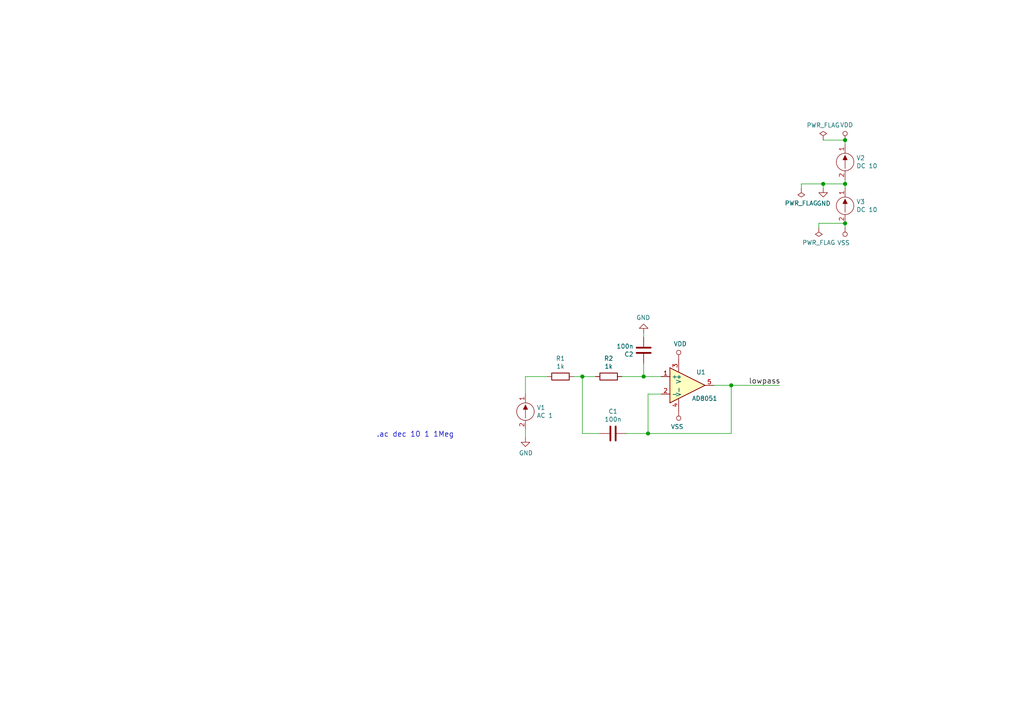
<source format=kicad_sch>
(kicad_sch (version 20201015) (generator eeschema)
  (paper "A4")
  (lib_symbols
    (symbol "power:PWR_FLAG" (power) (pin_numbers hide) (pin_names (offset 0) hide)
      (property "Value" "PWR_FLAG" (at 0 3.81 0))
      (symbol "PWR_FLAG_0_0"
        (pin power_out line (at 0 0 90) (length 0) (name "pwr") (number "1"))
      )
      (symbol "PWR_FLAG_0_1"
        (polyline (pts (xy 0 0) (xy 0 1.27) (xy -1.016 1.905) (xy 0 2.54) (xy 1.016 1.905) (xy 0 1.27)))
      )
    )
    (symbol "sallen_key_schlib:C" (pin_numbers hide) (pin_names (offset 0.254))
      (property "Reference" "C" (at 0.635 2.54 0))
      (property "Value" "C" (at 0.635 -2.54 0))
      (symbol "C_0_1"
        (polyline (pts (xy -2.032 -0.762) (xy 2.032 -0.762)) (stroke (width 0.508)))
        (polyline (pts (xy -2.032 0.762) (xy 2.032 0.762)) (stroke (width 0.508)))
      )
      (symbol "C_1_1"
        (pin passive line (at 0 3.81 270) (length 2.794) (name "~") (number "1"))
        (pin passive line (at 0 -3.81 90) (length 2.794) (name "~") (number "2"))
      )
    )
    (symbol "sallen_key_schlib:GND" (power) (pin_names (offset 0))
      (property "Value" "GND" (at 0 -3.81 0))
      (symbol "GND_0_1"
        (polyline (pts (xy 0 0) (xy 0 -1.27) (xy 1.27 -1.27) (xy 0 -2.54) (xy -1.27 -1.27) (xy 0 -1.27)))
      )
      (symbol "GND_1_1"
        (pin power_in line (at 0 0 270) (length 0) hide (name "GND") (number "1"))
      )
    )
    (symbol "sallen_key_schlib:Generic_Opamp"
      (property "Reference" "U" (at 0 6.35 0))
      (property "Value" "Generic_Opamp" (at 0 3.81 0))
      (symbol "Generic_Opamp_0_1"
        (polyline (pts (xy -5.08 5.08) (xy 5.08 0) (xy -5.08 -5.08) (xy -5.08 5.08)) (stroke (width 0.254)) (fill (type background)))
      )
      (symbol "Generic_Opamp_1_1"
        (pin input line (at -7.62 2.54 0) (length 2.54) (name "+") (number "1"))
        (pin input line (at -7.62 -2.54 0) (length 2.54) (name "-") (number "2"))
        (pin power_in line (at -2.54 7.62 270) (length 3.81) (name "V+") (number "3"))
        (pin power_in line (at -2.54 -7.62 90) (length 3.81) (name "V-") (number "4"))
        (pin output line (at 7.62 0 180) (length 2.54) (name "~") (number "5"))
      )
    )
    (symbol "sallen_key_schlib:R" (pin_numbers hide) (pin_names (offset 0))
      (property "Reference" "R" (at 2.032 0 90))
      (property "Value" "R" (at 0 0 90))
      (symbol "R_0_1"
        (rectangle (start -1.016 -2.54) (end 1.016 2.54) (stroke (width 0.254)))
      )
      (symbol "R_1_1"
        (pin passive line (at 0 3.81 270) (length 1.27) (name "~") (number "1"))
        (pin passive line (at 0 -3.81 90) (length 1.27) (name "~") (number "2"))
      )
    )
    (symbol "sallen_key_schlib:VDD" (power) (pin_names (offset 0))
      (property "Value" "VDD" (at 0 3.81 0))
      (symbol "VDD_0_1"
        (circle (center 0 1.905) (radius 0.635))
        (polyline (pts (xy 0 0) (xy 0 1.27)))
      )
      (symbol "VDD_1_1"
        (pin power_in line (at 0 0 90) (length 0) hide (name "VDD") (number "1"))
      )
    )
    (symbol "sallen_key_schlib:VSOURCE" (pin_names (offset 1.016))
      (property "Reference" "V" (at 5.08 5.08 0))
      (symbol "VSOURCE_0_1"
        (circle (center 0 0) (radius 2.54))
        (polyline (pts (xy 0 -1.905) (xy 0 1.905)))
        (polyline (pts (xy 0 1.905) (xy -0.635 0.635) (xy 0.635 0.635) (xy 0 1.905)) (fill (type outline)))
      )
      (symbol "VSOURCE_1_1"
        (pin input line (at 0 5.08 270) (length 2.54) (name "~") (number "1"))
        (pin input line (at 0 -5.08 90) (length 2.54) (name "~") (number "2"))
      )
    )
    (symbol "sallen_key_schlib:VSS" (power) (pin_names (offset 0))
      (property "Value" "VSS" (at 0 3.81 0))
      (symbol "VSS_0_1"
        (circle (center 0 1.905) (radius 0.635))
        (polyline (pts (xy 0 0) (xy 0 1.27)))
      )
      (symbol "VSS_1_1"
        (pin power_in line (at 0 0 90) (length 0) hide (name "VSS") (number "1"))
      )
    )
  )
  (junction (at 168.91 109.22) (diameter 1.016))
  (junction (at 186.69 109.22) (diameter 1.016))
  (junction (at 187.96 125.73) (diameter 1.016))
  (junction (at 212.09 111.76) (diameter 1.016))
  (junction (at 238.76 53.34) (diameter 1.016))
  (junction (at 245.11 40.64) (diameter 1.016))
  (junction (at 245.11 53.34) (diameter 1.016))
  (junction (at 245.11 64.77) (diameter 1.016))
  (wire (pts (xy 152.4 109.22) (xy 152.4 114.3)))
  (wire (pts (xy 152.4 124.46) (xy 152.4 127)))
  (wire (pts (xy 158.75 109.22) (xy 152.4 109.22)))
  (wire (pts (xy 166.37 109.22) (xy 168.91 109.22)))
  (wire (pts (xy 168.91 109.22) (xy 172.72 109.22)))
  (wire (pts (xy 168.91 125.73) (xy 168.91 109.22)))
  (wire (pts (xy 173.99 125.73) (xy 168.91 125.73)))
  (wire (pts (xy 180.34 109.22) (xy 186.69 109.22)))
  (wire (pts (xy 186.69 96.52) (xy 186.69 97.79)))
  (wire (pts (xy 186.69 105.41) (xy 186.69 109.22)))
  (wire (pts (xy 186.69 109.22) (xy 191.77 109.22)))
  (wire (pts (xy 187.96 114.3) (xy 191.77 114.3)))
  (wire (pts (xy 187.96 125.73) (xy 181.61 125.73)))
  (wire (pts (xy 187.96 125.73) (xy 187.96 114.3)))
  (wire (pts (xy 207.01 111.76) (xy 212.09 111.76)))
  (wire (pts (xy 212.09 111.76) (xy 226.06 111.76)))
  (wire (pts (xy 212.09 125.73) (xy 187.96 125.73)))
  (wire (pts (xy 212.09 125.73) (xy 212.09 111.76)))
  (wire (pts (xy 232.41 53.34) (xy 232.41 54.61)))
  (wire (pts (xy 232.41 53.34) (xy 238.76 53.34)))
  (wire (pts (xy 237.49 64.77) (xy 237.49 66.04)))
  (wire (pts (xy 238.76 40.64) (xy 245.11 40.64)))
  (wire (pts (xy 238.76 53.34) (xy 238.76 54.61)))
  (wire (pts (xy 238.76 53.34) (xy 245.11 53.34)))
  (wire (pts (xy 245.11 40.64) (xy 245.11 41.91)))
  (wire (pts (xy 245.11 52.07) (xy 245.11 53.34)))
  (wire (pts (xy 245.11 53.34) (xy 245.11 54.61)))
  (wire (pts (xy 245.11 64.77) (xy 237.49 64.77)))
  (wire (pts (xy 245.11 66.04) (xy 245.11 64.77)))
  (text ".ac dec 10 1 1Meg\n" (at 109.22 127 0) (effects (font (size 1.524 1.524)) (justify left bottom)))
  (label "lowpass" (at 217.17 111.76 0) (effects (font (size 1.524 1.524))))
  (symbol (lib_id "power:PWR_FLAG") (at 232.41 54.61 180) (unit 1)
    (property "Reference" "#FLG0102" (effects hide))
    (property "Value" "PWR_FLAG" (at 232.41 58.9344 0))
  )
  (symbol (lib_id "power:PWR_FLAG") (at 237.49 66.04 180) (unit 1)
    (property "Reference" "#FLG0101" (effects hide))
    (property "Value" "PWR_FLAG" (at 237.49 70.3644 0))
  )
  (symbol (lib_id "power:PWR_FLAG") (at 238.76 40.64 0) (unit 1)
    (property "Reference" "#FLG0103" (effects hide))
    (property "Value" "PWR_FLAG" (at 238.76 36.3156 0))
  )
  (symbol (lib_id "sallen_key_schlib:VDD") (at 196.85 104.14 0) (unit 1)
    (property "Reference" "#PWR03" (effects hide))
    (property "Value" "VDD" (at 197.2818 99.7458 0))
  )
  (symbol (lib_id "sallen_key_schlib:VSS") (at 196.85 119.38 180) (unit 1)
    (property "Reference" "#PWR04" (effects hide))
    (property "Value" "VSS" (at 196.3928 123.7742 0))
  )
  (symbol (lib_id "sallen_key_schlib:VDD") (at 245.11 40.64 0) (unit 1)
    (property "Reference" "#PWR06" (effects hide))
    (property "Value" "VDD" (at 245.5418 36.2458 0))
  )
  (symbol (lib_id "sallen_key_schlib:VSS") (at 245.11 66.04 180) (unit 1)
    (property "Reference" "#PWR07" (effects hide))
    (property "Value" "VSS" (at 244.6528 70.4342 0))
  )
  (symbol (lib_id "sallen_key_schlib:GND") (at 152.4 127 0) (unit 1)
    (property "Reference" "#PWR0101" (effects hide))
    (property "Value" "GND" (at 152.527 131.3942 0))
  )
  (symbol (lib_id "sallen_key_schlib:GND") (at 186.69 96.52 180) (unit 1)
    (property "Reference" "#PWR02" (effects hide))
    (property "Value" "GND" (at 186.563 92.1258 0))
  )
  (symbol (lib_id "sallen_key_schlib:GND") (at 238.76 54.61 0) (unit 1)
    (property "Reference" "#PWR05" (effects hide))
    (property "Value" "GND" (at 238.887 59.0042 0))
  )
  (symbol (lib_id "sallen_key_schlib:R") (at 162.56 109.22 270) (unit 1)
    (property "Reference" "R1" (at 162.56 103.9622 90))
    (property "Value" "1k" (at 162.56 106.2736 90))
    (property "Fieldname" "Value" (effects hide))
    (property "SpiceMapping" "1 2" (effects hide))
    (property "Spice_Primitive" "R" (effects hide))
  )
  (symbol (lib_id "sallen_key_schlib:R") (at 176.53 109.22 270) (unit 1)
    (property "Reference" "R2" (at 176.53 103.9622 90))
    (property "Value" "1k" (at 176.53 106.2736 90))
    (property "Fieldname" "Value" (effects hide))
    (property "SpiceMapping" "1 2" (effects hide))
    (property "Spice_Primitive" "R" (effects hide))
  )
  (symbol (lib_id "sallen_key_schlib:C") (at 177.8 125.73 270) (unit 1)
    (property "Reference" "C1" (at 177.8 119.3292 90))
    (property "Value" "100n" (at 177.8 121.6406 90))
  )
  (symbol (lib_id "sallen_key_schlib:C") (at 186.69 101.6 180) (unit 1)
    (property "Reference" "C2" (at 183.769 102.7684 0) (effects (justify left)))
    (property "Value" "100n" (at 183.769 100.457 0) (effects (justify left)))
    (property "Fieldname" "Value" (effects hide))
    (property "Spice_Primitive" "C" (effects hide))
    (property "SpiceMapping" "1 2" (effects hide))
  )
  (symbol (lib_id "sallen_key_schlib:VSOURCE") (at 152.4 119.38 0) (unit 1)
    (property "Reference" "V1" (at 155.6512 118.2116 0) (effects (justify left)))
    (property "Value" "AC 1" (at 155.6512 120.523 0) (effects (justify left)))
  )
  (symbol (lib_id "sallen_key_schlib:VSOURCE") (at 245.11 46.99 0) (unit 1)
    (property "Reference" "V2" (at 248.3612 45.8216 0) (effects (justify left)))
    (property "Value" "DC 10" (at 248.3612 48.133 0) (effects (justify left)))
    (property "Fieldname" "Value" (effects hide))
    (property "Spice_Primitive" "V" (effects hide))
    (property "Spice_Node_Sequence" "1 2" (effects hide))
  )
  (symbol (lib_id "sallen_key_schlib:VSOURCE") (at 245.11 59.69 0) (unit 1)
    (property "Reference" "V3" (at 248.3612 58.5216 0) (effects (justify left)))
    (property "Value" "DC 10" (at 248.3612 60.833 0) (effects (justify left)))
    (property "Fieldname" "Value" (effects hide))
    (property "Spice_Primitive" "V" (effects hide))
    (property "Spice_Node_Sequence" "1 2" (effects hide))
  )
  (symbol (lib_id "sallen_key_schlib:Generic_Opamp") (at 199.39 111.76 0) (unit 1)
    (property "Reference" "U1" (at 201.93 107.95 0) (effects (justify left)))
    (property "Value" "AD8051" (at 200.66 115.57 0) (effects (justify left)))
    (property "Spice_Primitive" "X" (effects hide))
    (property "Spice_Model" "AD8051" (effects hide))
    (property "Spice_Lib_File" "ad8051.lib" (effects hide))
    (property "Spice_Netlist_Enabled" "Y" (effects hide))
  )
)
</source>
